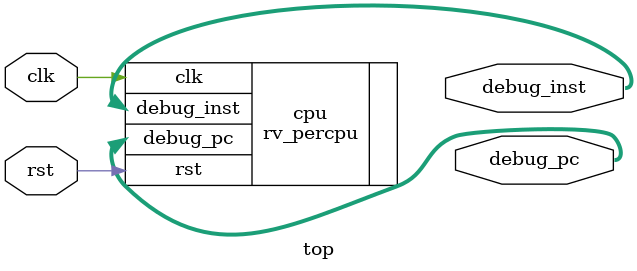
<source format=v>
module top #(parameter WIDTH = 32)(
    input                   clk,
    input                   rst,  

    //debug
    output  [WIDTH - 1: 0]  debug_pc,
    output  [WIDTH - 1: 0]  debug_inst
);  
    // reg [WIDTH - 1: 0] pc_r;
    // always @(posedge clk ) begin
    //     if(rst) pc_r <= 32'h80000000;
    //     else pc_r <= pc_r + 4;
    // end
    // assign pc = pc_r;

    rv_percpu cpu(
        .clk        (clk),
        .rst        (rst),
        .debug_pc   (debug_pc   ),
        .debug_inst (debug_inst )
    );
endmodule
</source>
